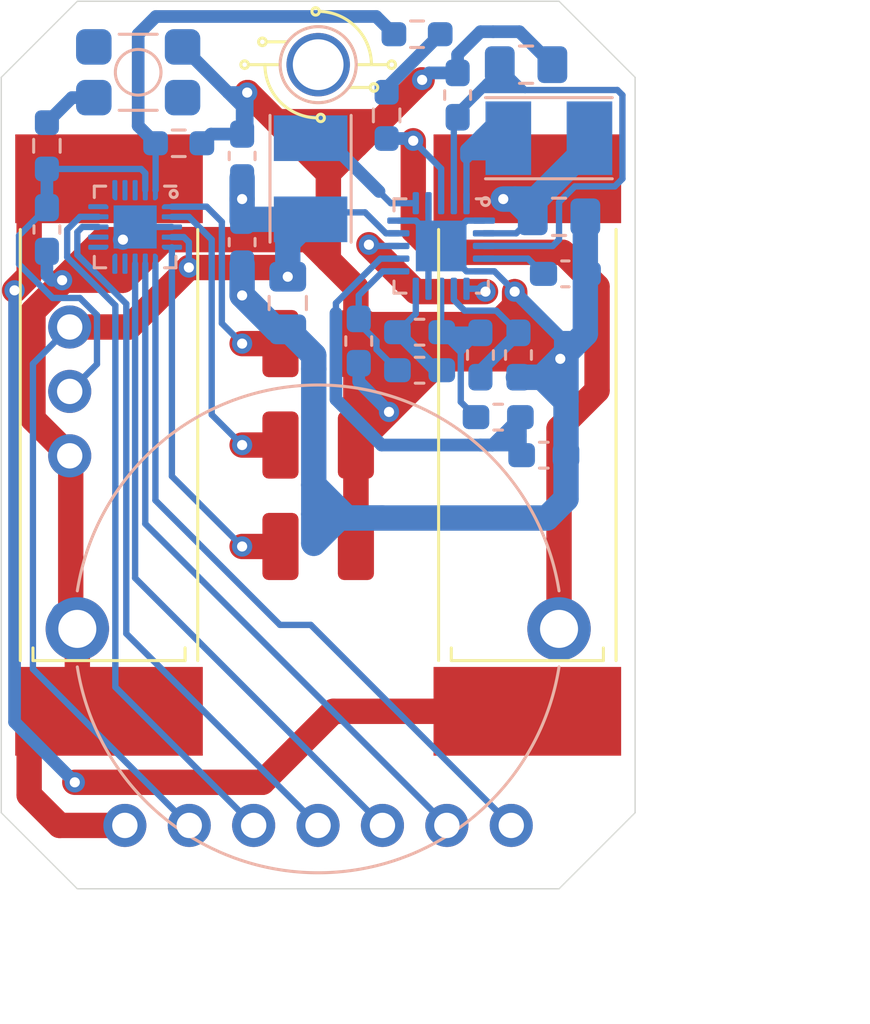
<source format=kicad_pcb>
(kicad_pcb (version 20211014) (generator pcbnew)
  (layers (0 "F.Cu" signal) (31 "B.Cu" signal) (34 "B.Paste" user) (35 "F.Paste" user) (36 "B.SilkS" user "B.Silkscreen") (37 "F.SilkS" user "F.Silkscreen") (38 "B.Mask" user) (39 "F.Mask" user) (44 "Edge.Cuts" user))
  (net 0 "")
  (net 1 "GND")
  (net 2 "Net-(C_ref1-Pad1)")
  (net 3 "Net-(L_bst1-Pad2)")
  (net 4 "Net-(R_ov1-Pad2)")
  (net 5 "Net-(Sol_1-Pad2)")
  (net 6 "/Vsolar")
  (net 7 "/Vcc_ATTiny")
  (net 8 "/Vr_div")
  (net 9 "/Vbat_ok")
  (net 10 "/Rx")
  (net 11 "/Tx")
  (net 12 "/Reset")
  (net 13 "Net-(R_ok1-Pad1)")
  (net 14 "Net-(R_ok2-Pad1)")
  (net 15 "/Vbat")
  (net 16 "/VCC_LED1")
  (net 17 "/VCC_LED2")
  (net 18 "Net-(L_bst2-Pad1)")
  (net 19 "Net-(R_set1-Pad2)")
  (net 20 "/VCC_LED3")
  (net 21 "/Vstor")
  (net 22 "Net-(R_VDIV1_1-Pad2)")
  (net 23 "Net-(C_Reset1-Pad1)")
  (net 24 "Net-(R_VDIV1_1-Pad1)")
  (net 26 "Net-(U2-Pad8)")
  (net 36 "Net-(J2-Pad6)")
  (net 37 "Net-(J2-Pad7)")
  (footprint "own_footprints:KXOB25-05X3F" (layer "F.Cu") (at 33.25 30 -90)
    (fp_text reference "Sol_1" hide)
    (fp_text value "KXOB25-05X3F")
  )
  (footprint "own_footprints:KXOB25-05X3F" (layer "F.Cu") (at 16.75 30 -90)
    (fp_text reference "Sol_2" hide)
    (fp_text value "KXOB25-05X3F")
  )
  (footprint "LED_SMD:LED_1210_3225Metric_Pad1.42x2.65mm_HandSolder" (layer "F.Cu") (at 25 30 180)
    (fp_text reference "D2" hide)
    (fp_text value "LED" hide)
  )
  (footprint "LED_SMD:LED_1210_3225Metric_Pad1.42x2.65mm_HandSolder" (layer "F.Cu") (at 25 26 180)
    (fp_text reference "D1" hide)
    (fp_text value "LED" hide)
  )
  (footprint "LED_SMD:LED_1210_3225Metric_Pad1.42x2.65mm_HandSolder" (layer "F.Cu") (at 25 34 180)
    (fp_text reference "D3" hide)
    (fp_text value "LED" hide)
  )
  (footprint "Connector_PinHeader_2.54mm:PinHeader_1x07_P2.54mm_Vertical" (layer "F.Cu") (at 17.375 45 90)
    (fp_text reference "J2" hide)
    (fp_text value "Conn_01x07_Female" hide)
  )
  (footprint "Connector_Pin:Pin_D1.0mm_L10.0mm" (layer "F.Cu") (at 25 15)
    (fp_text reference "REF**" hide)
    (fp_text value "Pin_D1.0mm_L10.0mm" hide)
  )
  (footprint "own_footprints:Supercap_1F" (layer "B.Cu") (at 25 37.25)
    (fp_text reference "C_super1" hide)
    (fp_text value "1F" hide)
  )
  (footprint "Capacitor_SMD:C_0603_1608Metric_Pad1.05x0.95mm_HandSolder" (layer "B.Cu") (at 30.5 16.2 90)
    (fp_text reference "C_filter1" hide)
    (fp_text value "0.1uF" hide)
  )
  (footprint "Capacitor_SMD:C_0805_2012Metric_Pad1.18x1.45mm_HandSolder" (layer "B.Cu") (at 34.5 21)
    (fp_text reference "C_hvr1" hide)
    (fp_text value "4.7uF" hide)
  )
  (footprint "Capacitor_SMD:C_0603_1608Metric_Pad1.08x0.95mm_HandSolder" (layer "B.Cu") (at 34.75 23.25)
    (fp_text reference "C_ref1" hide)
    (fp_text value "10nF" hide)
  )
  (footprint "Inductor_SMD:L_Taiyo-Yuden_NR-30xx_HandSoldering" (layer "B.Cu") (at 34.1 17.9 180)
    (fp_text reference "L_bst1" hide)
    (fp_text value "22uH" hide)
  )
  (footprint "Resistor_SMD:R_0603_1608Metric_Pad1.05x0.95mm_HandSolder" (layer "B.Cu") (at 29 25.55 180)
    (fp_text reference "R_ok3" hide)
    (fp_text value "3.3M" hide)
  )
  (footprint "Resistor_SMD:R_0603_1608Metric_Pad1.05x0.95mm_HandSolder" (layer "B.Cu") (at 29 27.05 180)
    (fp_text reference "R_ok2" hide)
    (fp_text value "2.7M" hide)
  )
  (footprint "Resistor_SMD:R_0603_1608Metric_Pad1.05x0.95mm_HandSolder" (layer "B.Cu") (at 26.6 25.9 -90)
    (fp_text reference "R_ok1" hide)
    (fp_text value "3.3M" hide)
  )
  (footprint "Resistor_SMD:R_0603_1608Metric_Pad1.05x0.95mm_HandSolder" (layer "B.Cu") (at 31.4 26.45 -90)
    (fp_text reference "R_ov1" hide)
    (fp_text value "6.2M" hide)
  )
  (footprint "Resistor_SMD:R_0603_1608Metric_Pad1.05x0.95mm_HandSolder" (layer "B.Cu") (at 32.9 26.45 -90)
    (fp_text reference "R_ov2" hide)
    (fp_text value "3.3M" hide)
  )
  (footprint "Resistor_SMD:R_0603_1608Metric_Pad1.05x0.95mm_HandSolder" (layer "B.Cu") (at 32.1 28.9)
    (fp_text reference "R_set1" hide)
    (fp_text value "4.3M" hide)
  )
  (footprint "Resistor_SMD:R_0603_1608Metric_Pad1.05x0.95mm_HandSolder" (layer "B.Cu") (at 33.9 30.4)
    (fp_text reference "R_set2" hide)
    (fp_text value "5.6M" hide)
  )
  (footprint "own_footprints:TS-1233" (layer "B.Cu") (at 17.9 15.3 180)
    (fp_text reference "U3" hide)
    (fp_text value "TS-1233" hide)
  )
  (footprint "Capacitor_SMD:C_0805_2012Metric_Pad1.18x1.45mm_HandSolder" (layer "B.Cu") (at 33.2 15)
    (fp_text reference "C_Stor1" hide)
    (fp_text value "22uF" hide)
  )
  (footprint "Capacitor_SMD:C_0805_2012Metric_Pad1.18x1.45mm_HandSolder" (layer "B.Cu") (at 23.8 24.4 -90)
    (fp_text reference "C_uC_Filter1" hide)
    (fp_text value "22uF" hide)
  )
  (footprint "Inductor_SMD:L_Taiyo-Yuden_NR-30xx_HandSoldering" (layer "B.Cu") (at 24.7 19.5 -90)
    (fp_text reference "L_bst2" hide)
    (fp_text value "10uH" hide)
  )
  (footprint "Package_DFN_QFN:QFN-20-1EP_3.5x3.5mm_P0.5mm_EP2x2mm" (layer "B.Cu") (at 29.85 22.15 180)
    (fp_text reference "U1" hide)
    (fp_text value "BQ25570" hide)
  )
  (footprint "Connector_PinHeader_2.54mm:PinHeader_1x03_P2.54mm_Vertical" (layer "B.Cu") (at 15.2 30.425)
    (fp_text reference "J1" hide)
    (fp_text value "Conn_01x03_Female" hide)
  )
  (footprint "Capacitor_SMD:C_0603_1608Metric_Pad1.08x0.95mm_HandSolder" (layer "B.Cu") (at 22 22 -90)
    (fp_text reference "C_uC_Filter2" hide)
    (fp_text value "10nF" hide)
  )
  (footprint "Resistor_SMD:R_0603_1608Metric_Pad0.98x0.95mm_HandSolder" (layer "B.Cu") (at 14.3 18.2 -90)
    (fp_text reference "R_Reset1" hide)
    (fp_text value "10M" hide)
  )
  (footprint "Capacitor_SMD:C_0603_1608Metric_Pad1.08x0.95mm_HandSolder" (layer "B.Cu") (at 14.3 21.5 -90)
    (fp_text reference "C_Reset1" hide)
    (fp_text value "0.1uF" hide)
  )
  (footprint "Resistor_SMD:R_0603_1608Metric_Pad0.98x0.95mm_HandSolder" (layer "B.Cu") (at 27.7 17 -90)
    (fp_text reference "R_VDIV1_2" hide)
    (fp_text value "10M" hide)
  )
  (footprint "Resistor_SMD:R_0603_1608Metric_Pad0.98x0.95mm_HandSolder" (layer "B.Cu") (at 28.9 13.8)
    (fp_text reference "R_VDIV1_1" hide)
    (fp_text value "8.5M" hide)
  )
  (footprint "Package_DFN_QFN:VQFN-20-1EP_3x3mm_P0.4mm_EP1.7x1.7mm" (layer "B.Cu") (at 17.78 21.4 180)
    (fp_text reference "U2" hide)
    (fp_text value "ATtiny1626" hide)
  )
  (footprint "Resistor_SMD:R_0603_1608Metric_Pad0.98x0.95mm_HandSolder" (layer "B.Cu") (at 19.5 18.1)
    (fp_text reference "R_VDIV2" hide)
    (fp_text value "9M" hide)
  )
  (footprint "Capacitor_SMD:C_0603_1608Metric_Pad1.08x0.95mm_HandSolder" (layer "B.Cu") (at 22 18.6 90)
    (fp_text reference "C_uC_Filter3" hide)
    (fp_text value "100nF" hide)
  )
  (gr_circle (center 31.6 20.4) (end 31.71 20.29) (layer "B.SilkS") (width 0.12) (fill none))
  (gr_circle (center 19.3 20.1) (end 19.4 20) (layer "B.SilkS") (width 0.12) (fill none))
  (gr_circle (center 25 15) (end 26.5 15) (layer "B.SilkS") (width 0.12) (fill none))
  (gr_circle (center 24.9 12.9) (end 24.754112 12.888312) (layer "F.SilkS") (width 0.12) (fill none))
  (gr_circle (center 27.9 15) (end 27.75 15) (layer "F.SilkS") (width 0.12) (fill none))
  (gr_circle (center 27.2 15.9) (end 27.05 15.9) (layer "F.SilkS") (width 0.12) (fill none))
  (gr_line (start 23.8 14.1) (end 23 14.1) (layer "F.SilkS") (width 0.12))
  (gr_circle (center 25.1 17.1) (end 25.245888 17.111688) (layer "F.SilkS") (width 0.12) (fill none))
  (gr_line (start 23.5 15) (end 22.25 15) (layer "F.SilkS") (width 0.12))
  (gr_arc (start 24.900113 17.097623) (mid 23.480171 16.449179) (end 22.9 15) (layer "F.SilkS") (width 0.12))
  (gr_circle (center 22.8 14.1) (end 22.95 14.1) (layer "F.SilkS") (width 0.12) (fill none))
  (gr_circle (center 25 15) (end 26.5 15) (layer "F.SilkS") (width 0.12) (fill none))
  (gr_arc (start 25.099887 12.902377) (mid 26.519829 13.550821) (end 27.1 15) (layer "F.SilkS") (width 0.12))
  (gr_circle (center 22.1 15) (end 21.95 15) (layer "F.SilkS") (width 0.12) (fill none))
  (gr_line (start 26.5 15) (end 27.75 15) (layer "F.SilkS") (width 0.12))
  (gr_line (start 26.2 15.9) (end 27 15.9) (layer "F.SilkS") (width 0.12))
  (gr_line (start 12.5 44.5) (end 12.5 15.5) (layer "Edge.Cuts") (width 0.05))
  (gr_line (start 34.5 47.5) (end 15.5 47.5) (layer "Edge.Cuts") (width 0.05))
  (gr_line (start 37.5 15.5) (end 37.5 44.5) (layer "Edge.Cuts") (width 0.05))
  (gr_line (start 37.5 44.5) (end 34.5 47.5) (layer "Edge.Cuts") (width 0.05))
  (gr_line (start 12.5 15.5) (end 15.5 12.5) (layer "Edge.Cuts") (width 0.05))
  (gr_line (start 15.5 12.5) (end 34.5 12.5) (layer "Edge.Cuts") (width 0.05))
  (gr_line (start 15.5 47.5) (end 12.5 44.5) (layer "Edge.Cuts") (width 0.05))
  (gr_line (start 34.5 12.5) (end 37.5 15.5) (layer "Edge.Cuts") (width 0.05))
  (segment (start 16.5 21.9) (end 16 22.4) (width 1) (layer "F.Cu") (net 1))
  (segment (start 32.75 24.515685) (end 32.015685 25.25) (width 1) (layer "F.Cu") (net 1))
  (segment (start 28.032748 26) (end 28.141374 25.891374) (width 1) (layer "F.Cu") (net 1))
  (segment (start 29.5 25.75) (end 27 28.25) (width 1) (layer "F.Cu") (net 1))
  (segment (start 20 21.9) (end 24.6 21.9) (width 1) (layer "F.Cu") (net 1))
  (segment (start 14.5 40.5) (end 13.6 41.4) (width 1) (layer "F.Cu") (net 1))
  (segment (start 13.6 41.4) (end 13.6 43.8) (width 1) (layer "F.Cu") (net 1))
  (segment (start 16 22.4) (end 14.9 23.5) (width 1) (layer "F.Cu") (net 1))
  (segment (start 14.9 23.5) (end 16.3 23.5) (width 0.5) (layer "F.Cu") (net 1))
  (segment (start 15.5 39.25) (end 16.75 40.5) (width 1) (layer "F.Cu") (net 1))
  (segment (start 32.015685 25.25) (end 30.75 25.25) (width 1) (layer "F.Cu") (net 1))
  (segment (start 15.5 37.25) (end 15.5 39.25) (width 1) (layer "F.Cu") (net 1))
  (segment (start 26.489437 18.189437) (end 24.310563 18.189437) (width 1) (layer "F.Cu") (net 1))
  (segment (start 27.79375 28.69375) (end 26.4875 30) (width 1) (layer "F.Cu") (net 1))
  (segment (start 26.789437 17.889437) (end 26.489437 18.189437) (width 1) (layer "F.Cu") (net 1))
  (segment (start 17.3 23.5) (end 17.3 22.3) (width 1) (layer "F.Cu") (net 1))
  (segment (start 26.4875 27.25) (end 26.4875 29.48648) (width 1) (layer "F.Cu") (net 1))
  (segment (start 26.4875 27.545247) (end 27.766373 26.266373) (width 1) (layer "F.Cu") (net 1))
  (segment (start 27.766373 26.266373) (end 28.141374 25.891374) (width 1) (layer "F.Cu") (net 1))
  (segment (start 15.24 30.48) (end 15.24 36.99) (width 1) (layer "F.Cu") (net 1))
  (segment (start 17.3 21.9) (end 16.5 21.9) (width 1) (layer "F.Cu") (net 1))
  (segment (start 25.4 19.278874) (end 26.789437 17.889437) (width 1) (layer "F.Cu") (net 1))
  (segment (start 25.4 19.278874) (end 24.310563 18.189437) (width 1) (layer "F.Cu") (net 1))
  (segment (start 29.8875 26.6) (end 27.79375 28.69375) (width 1) (layer "F.Cu") (net 1))
  (segment (start 25.4 21.1) (end 24.6 21.9) (width 1) (layer "F.Cu") (net 1))
  (segment (start 14.8 45) (end 17.375 45) (width 1) (layer "F.Cu") (net 1))
  (segment (start 33.7 25.75) (end 34.55 26.6) (width 1) (layer "F.Cu") (net 1))
  (segment (start 25.4 22.7) (end 25.4 19.278874) (width 1) (layer "F.Cu") (net 1))
  (segment (start 32.015685 25.25) (end 33.2 25.25) (width 1) (layer "F.Cu") (net 1))
  (segment (start 26.789437 17.889437) (end 27.428874 17.25) (width 1) (layer "F.Cu") (net 1))
  (segment (start 27.428874 17.25) (end 23.371126 17.25) (width 1) (layer "F.Cu") (net 1))
  (segment (start 14.9 23.579476) (end 14.9 23.5) (width 1) (layer "F.Cu") (net 1))
  (segment (start 13.750489 24.728987) (end 14.9 23.579476) (width 1) (layer "F.Cu") (net 1))
  (segment (start 16.1 22.3) (end 17.3 22.3) (width 0.5) (layer "F.Cu") (net 1))
  (segment (start 34.55 26.6) (end 29.8875 26.6) (width 1) (layer "F.Cu") (net 1))
  (segment (start 26.4875 28.7625) (end 26.4875 29.50248) (width 1) (layer "F.Cu") (net 1))
  (segment (start 22.2 16.1) (end 22.221126 16.1) (width 1) (layer "F.Cu") (net 1))
  (segment (start 16.75 40.5) (end 14.5 40.5) (width 1) (layer "F.Cu") (net 1))
  (segment (start 30.75 25.25) (end 28.782747 25.25) (width 1) (layer "F.Cu") (net 1))
  (segment (start 29.1 15.6) (end 29.078874 15.6) (width 1) (layer "F.Cu") (net 1))
  (segment (start 26.4875 27.25) (end 26.4875 28.7625) (width 1) (layer "F.Cu") (net 1))
  (segment (start 25.4 19.278874) (end 25.4 21.1) (width 1) (layer "F.Cu") (net 1))
  (segment (start 28.141374 25.891374) (end 28.782747 25.25) (width 1) (layer "F.Cu") (net 1))
  (segment (start 33.7 25.75) (end 29.5 25.75) (width 1) (layer "F.Cu") (net 1))
  (segment (start 32.75 23.95) (end 32.75 24.8) (width 1) (layer "F.Cu") (net 1))
  (segment (start 18.9 21.9) (end 17.3 23.5) (width 1) (layer "F.Cu") (net 1))
  (segment (start 14.9 23.5) (end 16.1 22.3) (width 0.5) (layer "F.Cu") (net 1))
  (segment (start 17.3 23.5) (end 17.1 23.5) (width 1) (layer "F.Cu") (net 1))
  (segment (start 15.2 30.425) (end 13.750489 28.975489) (width 1) (layer "F.Cu") (net 1))
  (segment (start 13.6 43.8) (end 14.8 45) (width 1) (layer "F.Cu") (net 1))
  (segment (start 26.4875 26) (end 26.4875 23.7875) (width 1) (layer "F.Cu") (net 1))
  (segment (start 26.4875 32.75) (end 26.4875 30.9875) (width 1) (layer "F.Cu") (net 1))
  (segment (start 20 21.9) (end 18.9 21.9) (width 1) (layer "F.Cu") (net 1))
  (segment (start 17.375 41.125) (end 16.75 40.5) (width 1) (layer "F.Cu") (net 1))
  (segment (start 17.1 23.5) (end 16 22.4) (width 1) (layer "F.Cu") (net 1))
  (segment (start 26.4875 30) (end 26.4875 27.545247) (width 1) (layer "F.Cu") (net 1))
  (segment (start 15.24 36.99) (end 15.5 37.25) (width 1) (layer "F.Cu") (net 1))
  (segment (start 32.75 24.8) (end 33.7 25.75) (width 1) (layer "F.Cu") (net 1))
  (segment (start 24.6 21.9) (end 25.4 22.7) (width 1) (layer "F.Cu") (net 1))
  (segment (start 30.75 25.25) (end 26.625 25.25) (width 1) (layer "F.Cu") (net 1))
  (segment (start 17.3 23.5) (end 14.9 23.5) (width 1) (layer "F.Cu") (net 1))
  (segment (start 22.221126 16.1) (end 25.4 19.278874) (width 1) (layer "F.Cu") (net 1))
  (segment (start 32.75 23.95) (end 32.75 24.515685) (width 1) (layer "F.Cu") (net 1))
  (segment (start 26.4875 26) (end 28.032748 26) (width 1) (layer "F.Cu") (net 1))
  (segment (start 17.3 21.9) (end 20 21.9) (width 1) (layer "F.Cu") (net 1))
  (segment (start 13.750489 28.975489) (end 13.750489 24.728987) (width 1) (layer "F.Cu") (net 1))
  (segment (start 26.4875 32.75) (end 26.4875 27.25) (width 1) (layer "F.Cu") (net 1))
  (segment (start 29.078874 15.6) (end 26.489437 18.189437) (width 1) (layer "F.Cu") (net 1))
  (segment (start 33.2 25.25) (end 33.7 25.75) (width 1) (layer "F.Cu") (net 1))
  (segment (start 17.3 22.3) (end 17.3 21.9) (width 1) (layer "F.Cu") (net 1))
  (segment (start 26.4875 23.7875) (end 25.4 22.7) (width 1) (layer "F.Cu") (net 1))
  (via (at 17.3 21.9) (size 0.8) (drill 0.4) (layers "F.Cu" "B.Cu") (net 1))
  (via (at 27.79375 28.69375) (size 0.8) (drill 0.4) (layers "F.Cu" "B.Cu") (net 1))
  (via (at 22 24.1) (size 0.8) (drill 0.4) (layers "F.Cu" "B.Cu") (net 1))
  (via (at 29.1 15.6) (size 0.8) (drill 0.4) (layers "F.Cu" "B.Cu") (net 1))
  (via (at 22.2 16.1) (size 0.8) (drill 0.4) (layers "F.Cu" "B.Cu") (net 1))
  (via (at 14.9 23.5) (size 0.8) (drill 0.4) (layers "F.Cu" "B.Cu") (net 1))
  (via (at 32.75 23.95) (size 0.8) (drill 0.4) (layers "F.Cu" "B.Cu") (net 1))
  (via (at 34.55 26.6) (size 0.8) (drill 0.4) (layers "F.Cu" "B.Cu") (net 1))
  (segment (start 34.022175 32.877825) (end 34.775 32.125) (width 1) (layer "B.Cu") (net 1))
  (segment (start 27.522175 32.877825) (end 25.822175 32.877825) (width 1) (layer "B.Cu") (net 1))
  (segment (start 26.6 26.775) (end 26.6 27.5) (width 0.5) (layer "B.Cu") (net 1))
  (segment (start 15.5 37.35) (end 15.5 37.25) (width 1) (layer "B.Cu") (net 1))
  (segment (start 35.5375 25.6125) (end 34.775 26.375) (width 1) (layer "B.Cu") (net 1))
  (segment (start 34.775 28.275) (end 33.825 27.325) (width 1) (layer "B.Cu") (net 1))
  (segment (start 31.9 13.7) (end 32.9375 13.7) (width 0.5) (layer "B.Cu") (net 1))
  (segment (start 34.775 26.375) (end 34.55 26.6) (width 1) (layer "B.Cu") (net 1))
  (segment (start 15.5 37.25) (end 14.95 36.7) (width 1) (layer "B.Cu") (net 1))
  (segment (start 34.775 28.275) (end 34.775 26.375) (width 1) (layer "B.Cu") (net 1))
  (segment (start 24.825 32.725) (end 24.977825 32.877825) (width 1) (layer "B.Cu") (net 1))
  (segment (start 23.8 25.4375) (end 23.3375 25.4375) (width 1) (layer "B.Cu") (net 1))
  (segment (start 33.85 27.325) (end 32.9 27.325) (width 1) (layer "B.Cu") (net 1))
  (segment (start 31.5375 23.15) (end 30.85 23.15) (width 0.25) (layer "B.Cu") (net 1))
  (segment (start 30.5 15.325) (end 30.325 15.325) (width 0.5) (layer "B.Cu") (net 1))
  (segment (start 32.75 23.95) (end 34.55 25.75) (width 0.5) (layer "B.Cu") (net 1))
  (segment (start 21.45 16.1) (end 19.65 14.3) (width 0.5) (layer "B.Cu") (net 1))
  (segment (start 26.6 27.5) (end 27.79375 28.69375) (width 0.5) (layer "B.Cu") (net 1))
  (segment (start 20.775 17.7375) (end 20.4125 18.1) (width 0.5) (layer "B.Cu") (net 1))
  (segment (start 23.3375 25.4375) (end 22 24.1) (width 1) (layer "B.Cu") (net 1))
  (segment (start 22.2 17.5375) (end 22 17.7375) (width 0.5) (layer "B.Cu") (net 1))
  (segment (start 26.577825 32.877825) (end 27.522175 32.877825) (width 1) (layer "B.Cu") (net 1))
  (segment (start 32.9375 13.7) (end 34.2375 15) (width 0.5) (layer "B.Cu") (net 1))
  (segment (start 30.5 15.325) (end 30.5 14.6) (width 0.5) (layer "B.Cu") (net 1))
  (segment (start 26.577825 32.877825) (end 26.127825 32.877825) (width 1) (layer "B.Cu") (net 1))
  (segment (start 24.825 27) (end 24.825 31.575) (width 1) (layer "B.Cu") (net 1))
  (segment (start 34.775 32.125) (end 34.775 30.4) (width 1) (layer "B.Cu") (net 1))
  (segment (start 34.775 30.4) (end 34.775 28.275) (width 1) (layer "B.Cu") (net 1))
  (segment (start 24.825 26.4625) (end 23.8 25.4375) (width 1) (layer "B.Cu") (net 1))
  (segment (start 14.5 23.5) (end 14.3 23.3) (width 0.5) (layer "B.Cu") (net 1))
  (segment (start 30.5 15.325) (end 29.375 15.325) (width 0.5) (layer "B.Cu") (net 1))
  (segment (start 27.522175 32.877825) (end 34.022175 32.877825) (width 1) (layer "B.Cu") (net 1))
  (segment (start 31.95 23.15) (end 31.5375 23.15) (width 0.25) (layer "B.Cu") (net 1))
  (segment (start 32.9 27.325) (end 33.825 27.325) (width 1) (layer "B.Cu") (net 1))
  (segment (start 22.2 16.1) (end 21.45 16.1) (width 0.5) (layer "B.Cu") (net 1))
  (segment (start 19.23 21.4) (end 17.78 21.4) (width 0.25) (layer "B.Cu") (net 1))
  (segment (start 29.35 20.4625) (end 29.35 21.65) (width 0.25) (layer "B.Cu") (net 1))
  (segment (start 29.35 23.8375) (end 29.35 22.65) (width 0.25) (layer "B.Cu") (net 1))
  (segment (start 34.5 26.65) (end 34.55 26.6) (width 1) (layer "B.Cu") (net 1))
  (segment (start 29.375 15.325) (end 29.1 15.6) (width 0.5) (layer "B.Cu") (net 1))
  (segment (start 22.2 16.1) (end 22.2 17.5375) (width 0.5) (layer "B.Cu") (net 1))
  (segment (start 24.825 31.575) (end 24.825 32.725) (width 1) (layer "B.Cu") (net 1))
  (segment (start 22 24.1) (end 22 22.8625) (width 1) (layer "B.Cu") (net 1))
  (segment (start 30.5 14.6) (end 31.4 13.7) (width 0.5) (layer "B.Cu") (net 1))
  (segment (start 28.85 21.15) (end 29.85 22.15) (width 0.25) (layer "B.Cu") (net 1))
  (segment (start 24.825 33.875) (end 24.825 32.725) (width 1) (layer "B.Cu") (net 1))
  (segment (start 34.55 25.75) (end 35.4 25.75) (width 0.5) (layer "B.Cu") (net 1))
  (segment (start 22 17.7375) (end 22 16.65) (width 0.5) (layer "B.Cu") (net 1))
  (segment (start 35.4 25.75) (end 35.5375 25.6125) (width 0.5) (layer "B.Cu") (net 1))
  (segment (start 33.825 27.325) (end 34.55 26.6) (width 1) (layer "B.Cu") (net 1))
  (segment (start 31.5375 21.15) (end 30.85 21.15) (width 0.25) (layer "B.Cu") (net 1))
  (segment (start 30.85 23.15) (end 29.85 22.15) (width 0.25) (layer "B.Cu") (net 1))
  (segment (start 14.9 23.5) (end 14.5 23.5) (width 0.5) (layer "B.Cu") (net 1))
  (segment (start 28.1625 21.15) (end 28.85 21.15) (width 0.25) (layer "B.Cu") (net 1))
  (segment (start 14.3 23.3) (end 14.3 22.3625) (width 0.5) (layer "B.Cu") (net 1))
  (segment (start 25.822175 32.877825) (end 24.825 33.875) (width 1) (layer "B.Cu") (net 1))
  (segment (start 31.4 13.7) (end 31.9 13.7) (width 0.5) (layer "B.Cu") (net 1))
  (segment (start 35.5375 21) (end 35.5375 25.6125) (width 1) (layer "B.Cu") (net 1))
  (segment (start 20.4125 18.1) (end 20.4125 18.0875) (width 0.5) (layer "B.Cu") (net 1))
  (segment (start 30.85 21.15) (end 29.85 22.15) (width 0.25) (layer "B.Cu") (net 1))
  (segment (start 22 16.65) (end 21.45 16.1) (width 0.5) (layer "B.Cu") (net 1))
  (segment (start 32.75 23.95) (end 31.95 23.15) (width 0.25) (layer "B.Cu") (net 1))
  (segment (start 24.977825 32.877825) (end 26.577825 32.877825) (width 1) (layer "B.Cu") (net 1))
  (segment (start 26.625 27.05) (end 26.575 27) (width 0.5) (layer "B.Cu") (net 1))
  (segment (start 29.35 22.65) (end 29.85 22.15) (width 0.25) (layer "B.Cu") (net 1))
  (segment (start 22 17.7375) (end 20.775 17.7375) (width 0.5) (layer "B.Cu") (net 1))
  (segment (start 26.127825 32.877825) (end 24.825 31.575) (width 1) (layer "B.Cu") (net 1))
  (segment (start 24.825 27) (end 24.825 26.4625) (width 1) (layer "B.Cu") (net 1))
  (segment (start 29.35 21.65) (end 29.85 22.15) (width 0.25) (layer "B.Cu") (net 1))
  (segment (start 34.55 25.75) (end 34.55 26.6) (width 0.5) (layer "B.Cu") (net 1))
  (segment (start 33.275 22.65) (end 33.875 23.25) (width 0.25) (layer "B.Cu") (net 2))
  (segment (start 31.5375 22.65) (end 33.275 22.65) (width 0.25) (layer "B.Cu") (net 2))
  (segment (start 30.85 18.65) (end 31.1 18.4) (width 0.25) (layer "B.Cu") (net 3))
  (segment (start 32.5 17.2) (end 32 17.2) (width 0.5) (layer "B.Cu") (net 3))
  (segment (start 31.4 18.4) (end 31.4 17.8) (width 0.5) (layer "B.Cu") (net 3))
  (segment (start 30.85 18.65) (end 31.75 18.65) (width 0.25) (layer "B.Cu") (net 3))
  (segment (start 32.5 17.9) (end 32 18.4) (width 0.5) (layer "B.Cu") (net 3))
  (segment (start 31.75 18.65) (end 32.5 17.9) (width 0.25) (layer "B.Cu") (net 3))
  (segment (start 30.85 18.35) (end 30.85 18.65) (width 0.5) (layer "B.Cu") (net 3))
  (segment (start 31.4 17.8) (end 31.45 17.75) (width 0.5) (layer "B.Cu") (net 3))
  (segment (start 32.5 17.9) (end 32.5 17.2) (width 0.5) (layer "B.Cu") (net 3))
  (segment (start 31.4 18.4) (end 31.1 18.4) (width 0.5) (layer "B.Cu") (net 3))
  (segment (start 31.45 17.75) (end 30.85 18.35) (width 0.5) (layer "B.Cu") (net 3))
  (segment (start 30.85 20.4625) (end 30.85 18.65) (width 0.25) (layer "B.Cu") (net 3))
  (segment (start 32 18.4) (end 31.4 18.4) (width 0.5) (layer "B.Cu") (net 3))
  (segment (start 32 17.2) (end 31.45 17.75) (width 0.5) (layer "B.Cu") (net 3))
  (segment (start 30.35 24.275) (end 30.35 23.8375) (width 0.25) (layer "B.Cu") (net 4))
  (segment (start 31.4 27.075) (end 32.9 25.575) (width 0.5) (layer "B.Cu") (net 4))
  (segment (start 32.025 24.7) (end 32.9 25.575) (width 0.25) (layer "B.Cu") (net 4))
  (segment (start 31.4 27.325) (end 31.4 27.075) (width 0.5) (layer "B.Cu") (net 4))
  (segment (start 32.9 25.575) (end 32.9 25.55) (width 0.25) (layer "B.Cu") (net 4))
  (segment (start 30.775 24.7) (end 32.025 24.7) (width 0.25) (layer "B.Cu") (net 4))
  (segment (start 30.775 24.7) (end 30.35 24.275) (width 0.25) (layer "B.Cu") (net 4))
  (segment (start 33.25 40.5) (end 33.85 40.5) (width 1) (layer "F.Cu") (net 5))
  (segment (start 16.75 19.5) (end 14.7 19.5) (width 1) (layer "F.Cu") (net 5))
  (segment (start 22.8 43.3) (end 15.4 43.3) (width 1) (layer "F.Cu") (net 5))
  (segment (start 13.6 23.32452) (end 13.02452 23.9) (width 1) (layer "F.Cu") (net 5))
  (segment (start 25.6 40.5) (end 22.8 43.3) (width 1) (layer "F.Cu") (net 5))
  (segment (start 33.25 40.5) (end 25.6 40.5) (width 1) (layer "F.Cu") (net 5))
  (segment (start 13.6 20.6) (end 13.6 23.32452) (width 1) (layer "F.Cu") (net 5))
  (segment (start 14.7 19.5) (end 13.6 20.6) (width 1) (layer "F.Cu") (net 5))
  (via (at 13.02452 23.9) (size 0.8) (drill 0.4) (layers "F.Cu" "B.Cu") (net 5))
  (via (at 15.4 43.3) (size 0.8) (drill 0.4) (layers "F.Cu" "B.Cu") (net 5))
  (segment (start 15.4 43.3) (end 13.02452 40.92452) (width 0.5) (layer "B.Cu") (net 5))
  (segment (start 13.02452 40.92452) (end 13.02452 23.9) (width 0.5) (layer "B.Cu") (net 5))
  (via (at 32.3 20.3) (size 0.8) (drill 0.4) (layers "F.Cu" "B.Cu") (net 6))
  (segment (start 32.7625 20.3) (end 33.6 20.3) (width 1) (layer "B.Cu") (net 6))
  (segment (start 33.4625 21) (end 33.4625 20.7875) (width 1) (layer "B.Cu") (net 6))
  (segment (start 35.7 18.7625) (end 35.7 17.9) (width 0.25) (layer "B.Cu") (net 6))
  (segment (start 35.7 18.2) (end 35.7 17.9) (width 1) (layer "B.Cu") (net 6))
  (segment (start 33.6 20.3) (end 35.7 18.2) (width 1) (layer "B.Cu") (net 6))
  (segment (start 32.7625 20.3) (end 33.4625 21) (width 1) (layer "B.Cu") (net 6))
  (segment (start 33.3 20.3) (end 32.3 20.3) (width 1) (layer "B.Cu") (net 6))
  (segment (start 32.8125 21.65) (end 33.4625 21) (width 0.25) (layer "B.Cu") (net 6))
  (segment (start 31.5375 21.65) (end 32.8125 21.65) (width 0.25) (layer "B.Cu") (net 6))
  (segment (start 32.3 20.3) (end 32.7625 20.3) (width 1) (layer "B.Cu") (net 6))
  (segment (start 17.555 25.345) (end 19.9 23) (width 1) (layer "F.Cu") (net 7))
  (segment (start 23.4375 23) (end 19.9 23) (width 1) (layer "F.Cu") (net 7))
  (segment (start 15.2 25.345) (end 17.555 25.345) (width 1) (layer "F.Cu") (net 7))
  (segment (start 23.8 23.3625) (end 23.4375 23) (width 1) (layer "F.Cu") (net 7))
  (via (at 22 20.3) (size 0.8) (drill 0.4) (layers "F.Cu" "B.Cu") (net 7))
  (via (at 19.9 23) (size 0.8) (drill 0.4) (layers "F.Cu" "B.Cu") (net 7))
  (via (at 23.8 23.3625) (size 0.8) (drill 0.4) (layers "F.Cu" "B.Cu") (net 7))
  (segment (start 24 21.4625) (end 23.75 21.7125) (width 0.5) (layer "B.Cu") (net 7))
  (segment (start 19.9 22) (end 19.9 23) (width 0.25) (layer "B.Cu") (net 7))
  (segment (start 28.1625 21.65) (end 27.675002 21.65) (width 0.25) (layer "B.Cu") (net 7))
  (segment (start 19.7 21.8) (end 19.9 22) (width 0.25) (layer "B.Cu") (net 7))
  (segment (start 22 21.1375) (end 22 20.3) (width 1) (layer "B.Cu") (net 7))
  (segment (start 26.849992 20.82499) (end 24.67501 20.82499) (width 0.25) (layer "B.Cu") (net 7))
  (segment (start 19.23 21.8) (end 19.7 21.8) (width 0.25) (layer "B.Cu") (net 7))
  (segment (start 22 20.3) (end 22 19.4625) (width 1) (layer "B.Cu") (net 7))
  (segment (start 23.7425 21.705) (end 23.75 21.7125) (width 0.5) (layer "B.Cu") (net 7))
  (segment (start 19.915 45) (end 13.74904 38.83404) (width 0.25) (layer "B.Cu") (net 7))
  (segment (start 24.7 21.1) (end 22.0375 21.1) (width 1) (layer "B.Cu") (net 7))
  (segment (start 24.67501 20.82499) (end 24.07501 20.82499) (width 0.25) (layer "B.Cu") (net 7))
  (segment (start 23.8 22) (end 24.7 21.1) (width 1) (layer "B.Cu") (net 7))
  (segment (start 23.8 23.3625) (end 23.8 22) (width 1) (layer "B.Cu") (net 7))
  (segment (start 27.675002 21.65) (end 26.849992 20.82499) (width 0.25) (layer "B.Cu") (net 7))
  (segment (start 13.74904 26.79596) (end 15.2 25.345) (width 0.25) (layer "B.Cu") (net 7))
  (segment (start 13.74904 38.83404) (end 13.74904 26.79596) (width 0.25) (layer "B.Cu") (net 7))
  (segment (start 24.63751 20.82499) (end 23.75 21.7125) (width 0.5) (layer "B.Cu") (net 7))
  (segment (start 22.0375 21.1) (end 22 21.1375) (width 1) (layer "B.Cu") (net 7))
  (segment (start 24.67501 20.82499) (end 24.63751 20.82499) (width 0.5) (layer "B.Cu") (net 7))
  (segment (start 29.9 25.575) (end 29.875 25.55) (width 0.5) (layer "B.Cu") (net 8))
  (segment (start 29.875 25.60096) (end 30.62452 26.35048) (width 0.25) (layer "B.Cu") (net 8))
  (segment (start 30.8375 26.1375) (end 31.4 25.575) (width 0.25) (layer "B.Cu") (net 8))
  (segment (start 29.85 23.8375) (end 29.85 25.525) (width 0.25) (layer "B.Cu") (net 8))
  (segment (start 30.62452 26.35048) (end 30.8375 26.1375) (width 0.25) (layer "B.Cu") (net 8))
  (segment (start 31.075 25.9) (end 30.4 25.9) (width 0.25) (layer "B.Cu") (net 8))
  (segment (start 29.85 25.525) (end 29.875 25.55) (width 0.25) (layer "B.Cu") (net 8))
  (segment (start 30.6 25.9) (end 30.4 25.9) (width 0.25) (layer "B.Cu") (net 8))
  (segment (start 31.4 25.575) (end 29.9 25.575) (width 0.5) (layer "B.Cu") (net 8))
  (segment (start 30.8375 26.1375) (end 30.6 25.9) (width 0.25) (layer "B.Cu") (net 8))
  (segment (start 31.4 25.575) (end 31.075 25.9) (width 0.25) (layer "B.Cu") (net 8))
  (segment (start 30.4 25.9) (end 30.6 26.1) (width 0.25) (layer "B.Cu") (net 8))
  (segment (start 29.875 25.55) (end 29.875 25.60096) (width 0.25) (layer "B.Cu") (net 8))
  (segment (start 30.62452 28.29952) (end 30.62452 26.35048) (width 0.25) (layer "B.Cu") (net 8))
  (segment (start 31.225 28.9) (end 30.62452 28.29952) (width 0.25) (layer "B.Cu") (net 8))
  (segment (start 27 22.1) (end 28.85 23.95) (width 1) (layer "F.Cu") (net 9))
  (segment (start 28.85 23.95) (end 31.6 23.95) (width 1) (layer "F.Cu") (net 9))
  (via (at 31.6 23.95) (size 0.8) (drill 0.4) (layers "F.Cu" "B.Cu") (net 9))
  (via (at 27 22.1) (size 0.8) (drill 0.4) (layers "F.Cu" "B.Cu") (net 9))
  (segment (start 28.1625 22.15) (end 27.05 22.15) (width 0.25) (layer "B.Cu") (net 9))
  (segment (start 30.85 23.8375) (end 31.4875 23.8375) (width 0.25) (layer "B.Cu") (net 9))
  (segment (start 27.05 22.15) (end 27 22.1) (width 0.25) (layer "B.Cu") (net 9))
  (segment (start 31.4875 23.8375) (end 31.6 23.95) (width 0.25) (layer "B.Cu") (net 9))
  (segment (start 15.605704 21) (end 15.1 21.505704) (width 0.25) (layer "B.Cu") (net 10))
  (segment (start 17 39.545) (end 22.455 45) (width 0.25) (layer "B.Cu") (net 10))
  (segment (start 15.1 22.594296) (end 17 24.494296) (width 0.25) (layer "B.Cu") (net 10))
  (segment (start 15.1 21.505704) (end 15.1 22.594296) (width 0.25) (layer "B.Cu") (net 10))
  (segment (start 17 24.494296) (end 17 39.545) (width 0.25) (layer "B.Cu") (net 10))
  (segment (start 16.33 21) (end 15.605704 21) (width 0.25) (layer "B.Cu") (net 10))
  (segment (start 17.43048 37.43548) (end 24.995 45) (width 0.25) (layer "B.Cu") (net 11))
  (segment (start 15.5 22.5) (end 17.43048 24.43048) (width 0.25) (layer "B.Cu") (net 11))
  (segment (start 15.7 21.4) (end 15.5 21.6) (width 0.25) (layer "B.Cu") (net 11))
  (segment (start 17.43048 24.43048) (end 17.43048 37.43548) (width 0.25) (layer "B.Cu") (net 11))
  (segment (start 16.33 21.4) (end 15.7 21.4) (width 0.25) (layer "B.Cu") (net 11))
  (segment (start 15.5 21.6) (end 15.5 22.5) (width 0.25) (layer "B.Cu") (net 11))
  (segment (start 16.15 16.3) (end 15.2875 16.3) (width 0.5) (layer "B.Cu") (net 12))
  (segment (start 15.2875 16.3) (end 14.3 17.2875) (width 0.5) (layer "B.Cu") (net 12))
  (segment (start 27.3 25.9) (end 27.3 26.225) (width 0.25) (layer "B.Cu") (net 13))
  (segment (start 26.6 24.1) (end 26.6 25.025) (width 0.25) (layer "B.Cu") (net 13))
  (segment (start 28.1625 23.15) (end 27.55 23.15) (width 0.25) (layer "B.Cu") (net 13))
  (segment (start 27.3 26.225) (end 28.125 27.05) (width 0.25) (layer "B.Cu") (net 13))
  (segment (start 27.55 23.15) (end 26.6 24.1) (width 0.25) (layer "B.Cu") (net 13))
  (segment (start 26.6 25.2) (end 27.3 25.9) (width 0.25) (layer "B.Cu") (net 13))
  (segment (start 26.6 25.025) (end 26.6 25.2) (width 0.25) (layer "B.Cu") (net 13))
  (segment (start 28.85 23.8375) (end 28.85 24.825) (width 0.25) (layer "B.Cu") (net 14))
  (segment (start 28.85 24.825) (end 28.125 25.55) (width 0.25) (layer "B.Cu") (net 14))
  (segment (start 29.625 27.05) (end 28.125 25.55) (width 0.5) (layer "B.Cu") (net 14))
  (segment (start 29.875 27.05) (end 29.625 27.05) (width 0.5) (layer "B.Cu") (net 14))
  (segment (start 29.619998 22.4) (end 34.65 22.4) (width 1) (layer "F.Cu") (net 15))
  (segment (start 34.5 29.35) (end 36 27.85) (width 1) (layer "F.Cu") (net 15))
  (segment (start 36 23.75) (end 36 27.85) (width 1) (layer "F.Cu") (net 15))
  (segment (start 28.75 18) (end 28.75 21.530002) (width 1) (layer "F.Cu") (net 15))
  (segment (start 34.5 37.25) (end 34.5 29.35) (width 1) (layer "F.Cu") (net 15))
  (segment (start 28.75 21.530002) (end 29.619998 22.4) (width 1) (layer "F.Cu") (net 15))
  (segment (start 34.65 22.4) (end 36 23.75) (width 1) (layer "F.Cu") (net 15))
  (via (at 28.75 18) (size 0.8) (drill 0.4) (layers "F.Cu" "B.Cu") (net 15))
  (segment (start 28.75 18) (end 29.85 19.1) (width 0.25) (layer "B.Cu") (net 15))
  (segment (start 28.6625 17.9125) (end 28.75 18) (width 0.5) (layer "B.Cu") (net 15))
  (segment (start 27.7 17.9125) (end 28.6625 17.9125) (width 0.5) (layer "B.Cu") (net 15))
  (segment (start 29.85 19.1) (end 29.85 20.4625) (width 0.25) (layer "B.Cu") (net 15))
  (segment (start 22 26) (end 23.5125 26) (width 1) (layer "F.Cu") (net 16))
  (via (at 22 26) (size 0.8) (drill 0.4) (layers "F.Cu" "B.Cu") (net 16))
  (segment (start 21.2 25.2) (end 22 26) (width 0.25) (layer "B.Cu") (net 16))
  (segment (start 19.23 20.6) (end 20.6 20.6) (width 0.25) (layer "B.Cu") (net 16))
  (segment (start 21.2 21.2) (end 21.2 25.2) (width 0.25) (layer "B.Cu") (net 16))
  (segment (start 20.6 20.6) (end 21.2 21.2) (width 0.25) (layer "B.Cu") (net 16))
  (segment (start 22 30) (end 23.5125 30) (width 1) (layer "F.Cu") (net 17))
  (via (at 22 30) (size 0.8) (drill 0.4) (layers "F.Cu" "B.Cu") (net 17))
  (segment (start 19.23 21) (end 19.9 21) (width 0.25) (layer "B.Cu") (net 17))
  (segment (start 19.9 21) (end 20.8 21.9) (width 0.25) (layer "B.Cu") (net 17))
  (segment (start 20.8 21.9) (end 20.8 28.8) (width 0.25) (layer "B.Cu") (net 17))
  (segment (start 20.8 28.8) (end 22 30) (width 0.25) (layer "B.Cu") (net 17))
  (segment (start 25.3 17.9) (end 27.4 20) (width 0.5) (layer "B.Cu") (net 18))
  (segment (start 27.8625 20.4625) (end 27.4 20) (width 0.25) (layer "B.Cu") (net 18))
  (segment (start 24.7 17.9) (end 25.3 17.9) (width 0.5) (layer "B.Cu") (net 18))
  (segment (start 28.85 20.4625) (end 27.8625 20.4625) (width 0.25) (layer "B.Cu") (net 18))
  (segment (start 32.975 29.625) (end 32.25 29.625) (width 0.5) (layer "B.Cu") (net 19))
  (segment (start 31.4 30) (end 27.5 30) (width 0.5) (layer "B.Cu") (net 19))
  (segment (start 25.7 24.40409) (end 25.7 24.8) (width 0.25) (layer "B.Cu") (net 19))
  (segment (start 28.1625 22.65) (end 27.45409 22.65) (width 0.25) (layer "B.Cu") (net 19))
  (segment (start 32.25 29.625) (end 31.875 30) (width 0.5) (layer "B.Cu") (net 19))
  (segment (start 32.975 28.9) (end 31.875 30) (width 0.5) (layer "B.Cu") (net 19))
  (segment (start 32.975 30.35) (end 33.025 30.4) (width 0.5) (layer "B.Cu") (net 19))
  (segment (start 31.875 30) (end 31.4 30) (width 0.5) (layer "B.Cu") (net 19))
  (segment (start 32.625 30) (end 31.4 30) (width 0.5) (layer "B.Cu") (net 19))
  (segment (start 25.7 28.2) (end 25.7 24.8) (width 0.5) (layer "B.Cu") (net 19))
  (segment (start 32.975 29.625) (end 32.975 30.35) (width 0.5) (layer "B.Cu") (net 19))
  (segment (start 27.5 30) (end 25.7 28.2) (width 0.5) (layer "B.Cu") (net 19))
  (segment (start 27.45409 22.65) (end 25.7 24.40409) (width 0.25) (layer "B.Cu") (net 19))
  (segment (start 32.975 28.9) (end 32.975 29.625) (width 0.5) (layer "B.Cu") (net 19))
  (segment (start 33.025 30.4) (end 32.625 30) (width 0.5) (layer "B.Cu") (net 19))
  (segment (start 22 34) (end 23.5125 34) (width 1) (layer "F.Cu") (net 20))
  (via (at 22 34) (size 0.8) (drill 0.4) (layers "F.Cu" "B.Cu") (net 20))
  (segment (start 19.23 31.23) (end 22 34) (width 0.25) (layer "B.Cu") (net 20))
  (segment (start 19.23 22.2) (end 19.23 31.23) (width 0.25) (layer "B.Cu") (net 20))
  (segment (start 30.5 16.9) (end 31.2 16.2) (width 0.4) (layer "B.Cu") (net 21))
  (segment (start 31.4 16) (end 31.2 16.2) (width 0.25) (layer "B.Cu") (net 21))
  (segment (start 31.5375 22.15) (end 34.25 22.15) (width 0.25) (layer "B.Cu") (net 21))
  (segment (start 34.25 22.15) (end 34.5 21.9) (width 0.25) (layer "B.Cu") (net 21))
  (segment (start 30.35 17.225) (end 30.5 17.075) (width 0.25) (layer "B.Cu") (net 21))
  (segment (start 35.124626 19.8) (end 36.7 19.8) (width 0.25) (layer "B.Cu") (net 21))
  (segment (start 37 16.2) (end 36.8 16) (width 0.25) (layer "B.Cu") (net 21))
  (segment (start 36.8 16) (end 33.1625 16) (width 0.25) (layer "B.Cu") (net 21))
  (segment (start 34.5 21.9) (end 34.5 20.424626) (width 0.25) (layer "B.Cu") (net 21))
  (segment (start 32.1625 15.2375) (end 32.1625 15) (width 0.4) (layer "B.Cu") (net 21))
  (segment (start 31.65 15.75) (end 31.7 15.8) (width 0.4) (layer "B.Cu") (net 21))
  (segment (start 37 19.5) (end 37 16.2) (width 0.25) (layer "B.Cu") (net 21))
  (segment (start 30.5 17.075) (end 30.5 16.9) (width 0.4) (layer "B.Cu") (net 21))
  (segment (start 34.5 20.424626) (end 35.124626 19.8) (width 0.25) (layer "B.Cu") (net 21))
  (segment (start 31.2 16.2) (end 31.65 15.75) (width 0.4) (layer "B.Cu") (net 21))
  (segment (start 33.1625 16) (end 31.4 16) (width 0.25) (layer "B.Cu") (net 21))
  (segment (start 36.7 19.8) (end 37 19.5) (width 0.25) (layer "B.Cu") (net 21))
  (segment (start 30.35 20.4625) (end 30.35 17.225) (width 0.25) (layer "B.Cu") (net 21))
  (segment (start 31.7 15.8) (end 32.7 15.8) (width 0.4) (layer "B.Cu") (net 21))
  (segment (start 31.65 15.75) (end 32.1625 15.2375) (width 0.4) (layer "B.Cu") (net 21))
  (segment (start 33.1625 16) (end 32.1625 15) (width 0.25) (layer "B.Cu") (net 21))
  (segment (start 27.7 16.0875) (end 27.7 15.9125) (width 0.5) (layer "B.Cu") (net 22))
  (segment (start 27.7 15.9125) (end 29.8125 13.8) (width 0.5) (layer "B.Cu") (net 22))
  (segment (start 29.7 13.8) (end 29.8125 13.8) (width 0.5) (layer "B.Cu") (net 22))
  (segment (start 15.6 24.2) (end 14.528928 24.2) (width 0.25) (layer "B.Cu") (net 23))
  (segment (start 18.0125 19.1125) (end 14.3 19.1125) (width 0.25) (layer "B.Cu") (net 23))
  (segment (start 14.3 19.1125) (end 14.3 20.6375) (width 0.5) (layer "B.Cu") (net 23))
  (segment (start 18.18 19.95) (end 18.18 19.28) (width 0.25) (layer "B.Cu") (net 23))
  (segment (start 18.18 19.28) (end 18.0125 19.1125) (width 0.25) (layer "B.Cu") (net 23))
  (segment (start 16.274511 24.874511) (end 15.6 24.2) (width 0.25) (layer "B.Cu") (net 23))
  (segment (start 14.528928 24.2) (end 13.2 22.871072) (width 0.25) (layer "B.Cu") (net 23))
  (segment (start 16.274511 26.810489) (end 16.274511 24.874511) (width 0.25) (layer "B.Cu") (net 23))
  (segment (start 15.2 27.885) (end 16.274511 26.810489) (width 0.25) (layer "B.Cu") (net 23))
  (segment (start 13.2 22.871072) (end 13.2 21.7375) (width 0.25) (layer "B.Cu") (net 23))
  (segment (start 13.2 21.7375) (end 14.3 20.6375) (width 0.25) (layer "B.Cu") (net 23))
  (segment (start 18.5875 18.1) (end 18.5875 19.9425) (width 0.25) (layer "B.Cu") (net 24))
  (segment (start 17.9 13.8) (end 17.9 17.4125) (width 0.5) (layer "B.Cu") (net 24))
  (segment (start 18.6 13.1) (end 17.9 13.8) (width 0.5) (layer "B.Cu") (net 24))
  (segment (start 17.9 17.4125) (end 18.5875 18.1) (width 0.5) (layer "B.Cu") (net 24))
  (segment (start 27.2875 13.1) (end 18.6 13.1) (width 0.5) (layer "B.Cu") (net 24))
  (segment (start 27.9875 13.8) (end 27.2875 13.1) (width 0.5) (layer "B.Cu") (net 24))
  (segment (start 18.5875 19.9425) (end 18.58 19.95) (width 0.25) (layer "B.Cu") (net 24))
  (segment (start 17.78 35.245) (end 27.535 45) (width 0.25) (layer "B.Cu") (net 26))
  (segment (start 17.78 22.85) (end 17.78 35.245) (width 0.25) (layer "B.Cu") (net 26))
  (segment (start 18.18 33.105) (end 18.5875 33.5125) (width 0.25) (layer "B.Cu") (net 36))
  (segment (start 18.18 22.85) (end 18.18 33.105) (width 0.25) (layer "B.Cu") (net 36))
  (segment (start 30.075 45) (end 18.5875 33.5125) (width 0.25) (layer "B.Cu") (net 36))
  (segment (start 18.58 32.18) (end 23.4925 37.0925) (width 0.25) (layer "B.Cu") (net 37))
  (segment (start 18.58 22.85) (end 18.58 32.18) (width 0.25) (layer "B.Cu") (net 37))
  (segment (start 32.615 45) (end 28.115 40.5) (width 0.25) (layer "B.Cu") (net 37))
  (segment (start 23.4925 37.0925) (end 24.7075 37.0925) (width 0.25) (layer "B.Cu") (net 37))
  (segment (start 28.115 40.5) (end 24.7075 37.0925) (width 0.25) (layer "B.Cu") (net 37))
)
</source>
